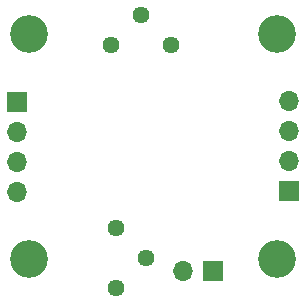
<source format=gbr>
%TF.GenerationSoftware,KiCad,Pcbnew,(6.0.0)*%
%TF.CreationDate,2022-02-09T06:53:37-08:00*%
%TF.ProjectId,depth-sensor,64657074-682d-4736-956e-736f722e6b69,1*%
%TF.SameCoordinates,Original*%
%TF.FileFunction,Soldermask,Bot*%
%TF.FilePolarity,Negative*%
%FSLAX46Y46*%
G04 Gerber Fmt 4.6, Leading zero omitted, Abs format (unit mm)*
G04 Created by KiCad (PCBNEW (6.0.0)) date 2022-02-09 06:53:37*
%MOMM*%
%LPD*%
G01*
G04 APERTURE LIST*
%ADD10R,1.700000X1.700000*%
%ADD11O,1.700000X1.700000*%
%ADD12C,3.200000*%
%ADD13C,1.440000*%
G04 APERTURE END LIST*
D10*
%TO.C,J3*%
X121000000Y-56300000D03*
D11*
X121000000Y-53760000D03*
X121000000Y-51220000D03*
X121000000Y-48680000D03*
%TD*%
D10*
%TO.C,J2*%
X98000000Y-48700000D03*
D11*
X98000000Y-51240000D03*
X98000000Y-53780000D03*
X98000000Y-56320000D03*
%TD*%
D10*
%TO.C,J1*%
X114600000Y-63000000D03*
D11*
X112060000Y-63000000D03*
%TD*%
D12*
%TO.C,H4*%
X120000000Y-62000000D03*
%TD*%
%TO.C,H3*%
X120000000Y-43000000D03*
%TD*%
%TO.C,H2*%
X99000000Y-62000000D03*
%TD*%
%TO.C,H1*%
X99000000Y-43000000D03*
%TD*%
D13*
%TO.C,RV2*%
X111025000Y-43925000D03*
X108485000Y-41385000D03*
X105945000Y-43925000D03*
%TD*%
%TO.C,RV1*%
X106375000Y-59420000D03*
X108915000Y-61960000D03*
X106375000Y-64500000D03*
%TD*%
M02*

</source>
